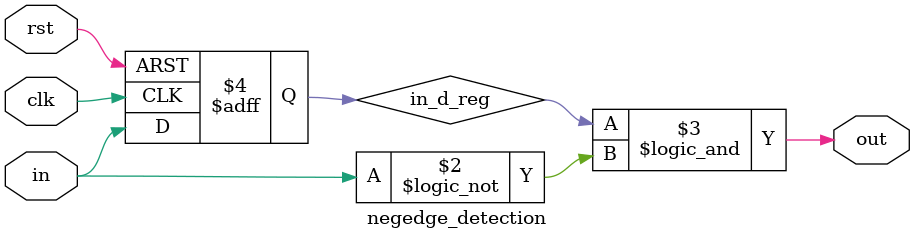
<source format=v>

module negedge_detection (
		input clk,
		input rst,
		input in,
		output out
	);

	reg in_d_reg;

	always @(posedge clk or posedge rst) begin
		if (rst) begin
			in_d_reg <= 1'b0;
		end else begin
			in_d_reg <= in;
		end
	end

	assign out = in_d_reg && !in;

endmodule

</source>
